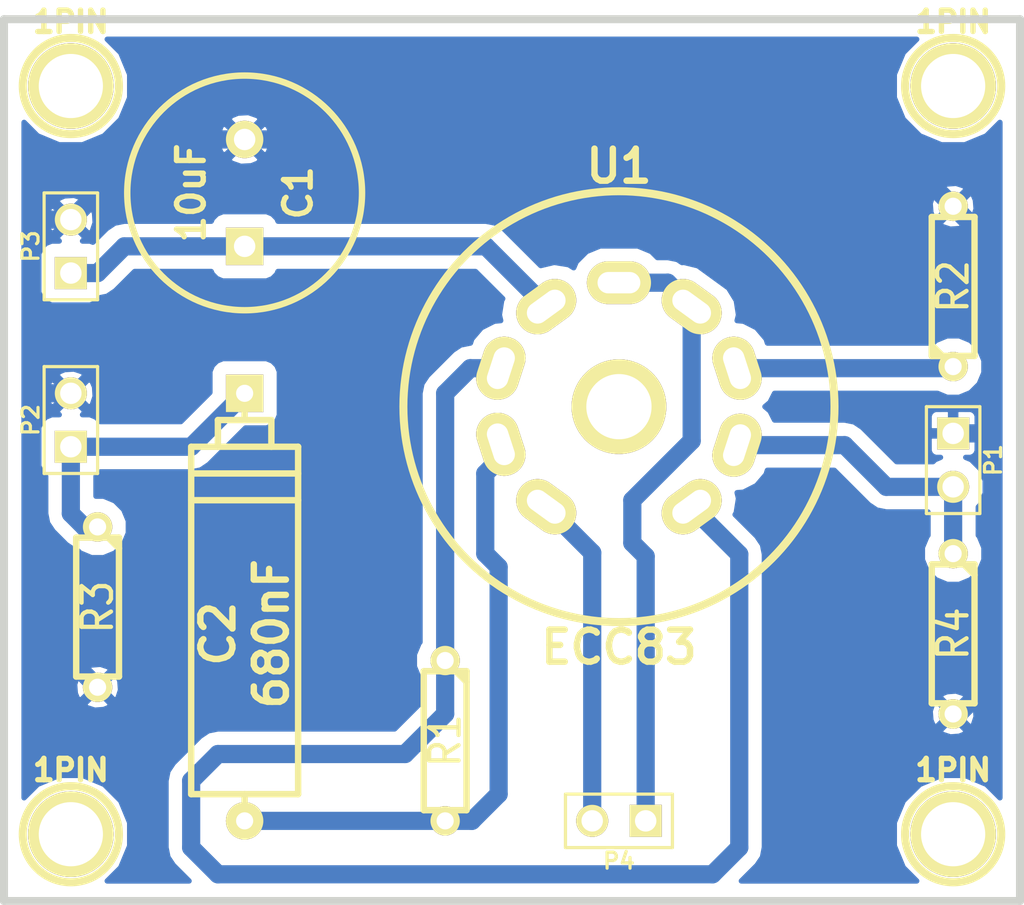
<source format=kicad_pcb>
(kicad_pcb (version 3) (host pcbnew "(2012-12-20 BZR 3860)-testing")

  (general
    (links 20)
    (no_connects 0)
    (area 119.824499 89.789 168.465501 133.477)
    (thickness 1.6002)
    (drawings 4)
    (tracks 62)
    (zones 0)
    (modules 15)
    (nets 10)
  )

  (page A4)
  (layers
    (15 Dessus signal)
    (0 Dessous signal)
    (16 Dessous.Adhes user)
    (17 Dessus.Adhes user)
    (18 Dessous.Pate user)
    (19 Dessus.Pate user)
    (20 Dessous.SilkS user)
    (21 Dessus.SilkS user)
    (22 Dessous.Masque user)
    (23 Dessus.Masque user)
    (24 Dessin.User user)
    (25 Cmts.User user)
    (26 Eco1.User user)
    (27 Eco2.User user)
    (28 Contours.Ci user)
  )

  (setup
    (last_trace_width 0.8636)
    (trace_clearance 0.508)
    (zone_clearance 0.635)
    (zone_45_only no)
    (trace_min 0.254)
    (segment_width 0.381)
    (edge_width 0.381)
    (via_size 1.905)
    (via_drill 0.635)
    (via_min_size 0.889)
    (via_min_drill 0.508)
    (uvia_size 0.508)
    (uvia_drill 0.127)
    (uvias_allowed no)
    (uvia_min_size 0.508)
    (uvia_min_drill 0.127)
    (pcb_text_width 0.3048)
    (pcb_text_size 1.524 2.032)
    (mod_edge_width 0.381)
    (mod_text_size 1.524 1.524)
    (mod_text_width 0.3048)
    (pad_size 2.794 1.397)
    (pad_drill 1.9304)
    (pad_to_mask_clearance 0.254)
    (aux_axis_origin 0 0)
    (visible_elements FFFFFFBF)
    (pcbplotparams
      (layerselection 3178497)
      (usegerberextensions true)
      (excludeedgelayer true)
      (linewidth 60)
      (plotframeref false)
      (viasonmask false)
      (mode 1)
      (useauxorigin false)
      (hpglpennumber 1)
      (hpglpenspeed 20)
      (hpglpendiameter 15)
      (hpglpenoverlay 2)
      (psnegative false)
      (psa4output false)
      (plotreference true)
      (plotvalue true)
      (plotothertext true)
      (plotinvisibletext false)
      (padsonsilk false)
      (subtractmaskfromsilk false)
      (outputformat 1)
      (mirror false)
      (drillshape 1)
      (scaleselection 1)
      (outputdirectory ""))
  )

  (net 0 "")
  (net 1 GND)
  (net 2 N-000001)
  (net 3 N-000002)
  (net 4 N-000003)
  (net 5 N-000004)
  (net 6 N-000005)
  (net 7 N-000006)
  (net 8 N-000007)
  (net 9 N-000008)

  (net_class Default "Ceci est la Netclass par défaut"
    (clearance 0.508)
    (trace_width 0.8636)
    (via_dia 1.905)
    (via_drill 0.635)
    (uvia_dia 0.508)
    (uvia_drill 0.127)
    (add_net "")
    (add_net GND)
    (add_net N-000001)
    (add_net N-000002)
    (add_net N-000003)
    (add_net N-000004)
    (add_net N-000005)
    (add_net N-000006)
    (add_net N-000007)
    (add_net N-000008)
  )

  (module C2V10 (layer Dessus) (tedit 41854742) (tstamp 4549F4BE)
    (at 131.445 99.06 90)
    (descr "Condensateur polarise")
    (tags CP)
    (fp_text reference C1 (at 0 2.54 90) (layer Dessus.SilkS)
      (effects (font (size 1.27 1.27) (thickness 0.254)))
    )
    (fp_text value 10uF (at 0 -2.54 90) (layer Dessus.SilkS)
      (effects (font (size 1.27 1.27) (thickness 0.254)))
    )
    (fp_circle (center 0 0) (end 4.826 -2.794) (layer Dessus.SilkS) (width 0.3048))
    (pad 1 thru_hole rect (at -2.54 0 90) (size 1.778 1.778) (drill 1.016)
      (layers *.Cu *.Mask Dessus.SilkS)
      (net 7 N-000006)
    )
    (pad 2 thru_hole circle (at 2.54 0 90) (size 1.778 1.778) (drill 1.016)
      (layers *.Cu *.Mask Dessus.SilkS)
      (net 1 GND)
    )
    (model discret/c_vert_c2v10.wrl
      (at (xyz 0 0 0))
      (scale (xyz 1 1 1))
      (rotate (xyz 0 0 0))
    )
  )

  (module R3 (layer Dessus) (tedit 200000) (tstamp 4549F38A)
    (at 140.97 125.095 270)
    (descr "Resitance 3 pas")
    (tags R)
    (autoplace_cost180 10)
    (fp_text reference R1 (at 0 0 270) (layer Dessus.SilkS)
      (effects (font (size 1.397 1.27) (thickness 0.2032)))
    )
    (fp_text value 1.5K (at 0 0 270) (layer Dessus.SilkS) hide
      (effects (font (size 1.397 1.27) (thickness 0.2032)))
    )
    (fp_line (start -3.81 0) (end -3.302 0) (layer Dessus.SilkS) (width 0.3048))
    (fp_line (start 3.81 0) (end 3.302 0) (layer Dessus.SilkS) (width 0.3048))
    (fp_line (start 3.302 0) (end 3.302 -1.016) (layer Dessus.SilkS) (width 0.3048))
    (fp_line (start 3.302 -1.016) (end -3.302 -1.016) (layer Dessus.SilkS) (width 0.3048))
    (fp_line (start -3.302 -1.016) (end -3.302 1.016) (layer Dessus.SilkS) (width 0.3048))
    (fp_line (start -3.302 1.016) (end 3.302 1.016) (layer Dessus.SilkS) (width 0.3048))
    (fp_line (start 3.302 1.016) (end 3.302 0) (layer Dessus.SilkS) (width 0.3048))
    (fp_line (start -3.302 -0.508) (end -2.794 -1.016) (layer Dessus.SilkS) (width 0.3048))
    (pad 1 thru_hole circle (at -3.81 0 270) (size 1.397 1.397) (drill 0.8128)
      (layers *.Cu *.Mask Dessus.SilkS)
      (net 5 N-000004)
    )
    (pad 2 thru_hole circle (at 3.81 0 270) (size 1.397 1.397) (drill 0.8128)
      (layers *.Cu *.Mask Dessus.SilkS)
      (net 9 N-000008)
    )
    (model discret/resistor.wrl
      (at (xyz 0 0 0))
      (scale (xyz 0.3 0.3 0.3))
      (rotate (xyz 0 0 0))
    )
  )

  (module R3 (layer Dessus) (tedit 200000) (tstamp 4549F3AD)
    (at 124.46 118.745 270)
    (descr "Resitance 3 pas")
    (tags R)
    (autoplace_cost180 10)
    (fp_text reference R3 (at 0 0 270) (layer Dessus.SilkS)
      (effects (font (size 1.397 1.27) (thickness 0.2032)))
    )
    (fp_text value 100K (at 0 0 270) (layer Dessus.SilkS) hide
      (effects (font (size 1.397 1.27) (thickness 0.2032)))
    )
    (fp_line (start -3.81 0) (end -3.302 0) (layer Dessus.SilkS) (width 0.3048))
    (fp_line (start 3.81 0) (end 3.302 0) (layer Dessus.SilkS) (width 0.3048))
    (fp_line (start 3.302 0) (end 3.302 -1.016) (layer Dessus.SilkS) (width 0.3048))
    (fp_line (start 3.302 -1.016) (end -3.302 -1.016) (layer Dessus.SilkS) (width 0.3048))
    (fp_line (start -3.302 -1.016) (end -3.302 1.016) (layer Dessus.SilkS) (width 0.3048))
    (fp_line (start -3.302 1.016) (end 3.302 1.016) (layer Dessus.SilkS) (width 0.3048))
    (fp_line (start 3.302 1.016) (end 3.302 0) (layer Dessus.SilkS) (width 0.3048))
    (fp_line (start -3.302 -0.508) (end -2.794 -1.016) (layer Dessus.SilkS) (width 0.3048))
    (pad 1 thru_hole circle (at -3.81 0 270) (size 1.397 1.397) (drill 0.8128)
      (layers *.Cu *.Mask Dessus.SilkS)
      (net 4 N-000003)
    )
    (pad 2 thru_hole circle (at 3.81 0 270) (size 1.397 1.397) (drill 0.8128)
      (layers *.Cu *.Mask Dessus.SilkS)
      (net 1 GND)
    )
    (model discret/resistor.wrl
      (at (xyz 0 0 0))
      (scale (xyz 0.3 0.3 0.3))
      (rotate (xyz 0 0 0))
    )
  )

  (module R3 (layer Dessus) (tedit 200000) (tstamp 4549F3A2)
    (at 165.1 120.015 270)
    (descr "Resitance 3 pas")
    (tags R)
    (autoplace_cost180 10)
    (fp_text reference R4 (at 0 0 270) (layer Dessus.SilkS)
      (effects (font (size 1.397 1.27) (thickness 0.2032)))
    )
    (fp_text value 47K (at 0 0 270) (layer Dessus.SilkS) hide
      (effects (font (size 1.397 1.27) (thickness 0.2032)))
    )
    (fp_line (start -3.81 0) (end -3.302 0) (layer Dessus.SilkS) (width 0.3048))
    (fp_line (start 3.81 0) (end 3.302 0) (layer Dessus.SilkS) (width 0.3048))
    (fp_line (start 3.302 0) (end 3.302 -1.016) (layer Dessus.SilkS) (width 0.3048))
    (fp_line (start 3.302 -1.016) (end -3.302 -1.016) (layer Dessus.SilkS) (width 0.3048))
    (fp_line (start -3.302 -1.016) (end -3.302 1.016) (layer Dessus.SilkS) (width 0.3048))
    (fp_line (start -3.302 1.016) (end 3.302 1.016) (layer Dessus.SilkS) (width 0.3048))
    (fp_line (start 3.302 1.016) (end 3.302 0) (layer Dessus.SilkS) (width 0.3048))
    (fp_line (start -3.302 -0.508) (end -2.794 -1.016) (layer Dessus.SilkS) (width 0.3048))
    (pad 1 thru_hole circle (at -3.81 0 270) (size 1.397 1.397) (drill 0.8128)
      (layers *.Cu *.Mask Dessus.SilkS)
      (net 8 N-000007)
    )
    (pad 2 thru_hole circle (at 3.81 0 270) (size 1.397 1.397) (drill 0.8128)
      (layers *.Cu *.Mask Dessus.SilkS)
      (net 1 GND)
    )
    (model discret/resistor.wrl
      (at (xyz 0 0 0))
      (scale (xyz 0.3 0.3 0.3))
      (rotate (xyz 0 0 0))
    )
  )

  (module R3 (layer Dessus) (tedit 200000) (tstamp 4549F39D)
    (at 165.1 103.505 90)
    (descr "Resitance 3 pas")
    (tags R)
    (autoplace_cost180 10)
    (fp_text reference R2 (at 0 0 90) (layer Dessus.SilkS)
      (effects (font (size 1.397 1.27) (thickness 0.2032)))
    )
    (fp_text value 1.5K (at 0 0 90) (layer Dessus.SilkS) hide
      (effects (font (size 1.397 1.27) (thickness 0.2032)))
    )
    (fp_line (start -3.81 0) (end -3.302 0) (layer Dessus.SilkS) (width 0.3048))
    (fp_line (start 3.81 0) (end 3.302 0) (layer Dessus.SilkS) (width 0.3048))
    (fp_line (start 3.302 0) (end 3.302 -1.016) (layer Dessus.SilkS) (width 0.3048))
    (fp_line (start 3.302 -1.016) (end -3.302 -1.016) (layer Dessus.SilkS) (width 0.3048))
    (fp_line (start -3.302 -1.016) (end -3.302 1.016) (layer Dessus.SilkS) (width 0.3048))
    (fp_line (start -3.302 1.016) (end 3.302 1.016) (layer Dessus.SilkS) (width 0.3048))
    (fp_line (start 3.302 1.016) (end 3.302 0) (layer Dessus.SilkS) (width 0.3048))
    (fp_line (start -3.302 -0.508) (end -2.794 -1.016) (layer Dessus.SilkS) (width 0.3048))
    (pad 1 thru_hole circle (at -3.81 0 90) (size 1.397 1.397) (drill 0.8128)
      (layers *.Cu *.Mask Dessus.SilkS)
      (net 6 N-000005)
    )
    (pad 2 thru_hole circle (at 3.81 0 90) (size 1.397 1.397) (drill 0.8128)
      (layers *.Cu *.Mask Dessus.SilkS)
      (net 1 GND)
    )
    (model discret/resistor.wrl
      (at (xyz 0 0 0))
      (scale (xyz 0.3 0.3 0.3))
      (rotate (xyz 0 0 0))
    )
  )

  (module 1pin (layer Dessus) (tedit 200000) (tstamp 454CC08A)
    (at 123.19 93.98)
    (descr "module 1 pin (ou trou mecanique de percage)")
    (tags DEV)
    (fp_text reference 1PIN (at 0 -3.048) (layer Dessus.SilkS)
      (effects (font (size 1.016 1.016) (thickness 0.254)))
    )
    (fp_text value P*** (at 0 2.794) (layer Dessus.SilkS) hide
      (effects (font (size 1.016 1.016) (thickness 0.254)))
    )
    (fp_circle (center 0 0) (end 0 -2.286) (layer Dessus.SilkS) (width 0.381))
    (pad 1 thru_hole circle (at 0 0) (size 4.064 4.064) (drill 3.048)
      (layers *.Cu *.Mask Dessus.SilkS)
    )
  )

  (module 1pin (layer Dessus) (tedit 200000) (tstamp 454CC090)
    (at 165.1 93.98)
    (descr "module 1 pin (ou trou mecanique de percage)")
    (tags DEV)
    (fp_text reference 1PIN (at 0 -3.048) (layer Dessus.SilkS)
      (effects (font (size 1.016 1.016) (thickness 0.254)))
    )
    (fp_text value GND (at 0 2.794) (layer Dessus.SilkS) hide
      (effects (font (size 1.016 1.016) (thickness 0.254)))
    )
    (fp_circle (center 0 0) (end 0 -2.286) (layer Dessus.SilkS) (width 0.381))
    (pad 1 thru_hole circle (at 0 0) (size 4.064 4.064) (drill 3.048)
      (layers *.Cu *.Mask Dessus.SilkS)
    )
  )

  (module 1pin (layer Dessus) (tedit 200000) (tstamp 454CC096)
    (at 165.1 129.54)
    (descr "module 1 pin (ou trou mecanique de percage)")
    (tags DEV)
    (fp_text reference 1PIN (at 0 -3.048) (layer Dessus.SilkS)
      (effects (font (size 1.016 1.016) (thickness 0.254)))
    )
    (fp_text value P*** (at 0 2.794) (layer Dessus.SilkS) hide
      (effects (font (size 1.016 1.016) (thickness 0.254)))
    )
    (fp_circle (center 0 0) (end 0 -2.286) (layer Dessus.SilkS) (width 0.381))
    (pad 1 thru_hole circle (at 0 0) (size 4.064 4.064) (drill 3.048)
      (layers *.Cu *.Mask Dessus.SilkS)
    )
  )

  (module 1pin (layer Dessus) (tedit 200000) (tstamp 454CC09B)
    (at 123.19 129.54)
    (descr "module 1 pin (ou trou mecanique de percage)")
    (tags DEV)
    (fp_text reference 1PIN (at 0 -3.048) (layer Dessus.SilkS)
      (effects (font (size 1.016 1.016) (thickness 0.254)))
    )
    (fp_text value P*** (at 0 2.794) (layer Dessus.SilkS) hide
      (effects (font (size 1.016 1.016) (thickness 0.254)))
    )
    (fp_circle (center 0 0) (end 0 -2.286) (layer Dessus.SilkS) (width 0.381))
    (pad 1 thru_hole circle (at 0 0) (size 4.064 4.064) (drill 3.048)
      (layers *.Cu *.Mask Dessus.SilkS)
    )
  )

  (module CP8 (layer Dessus) (tedit 200000) (tstamp 4549F3BE)
    (at 131.445 118.745 270)
    (descr "Condensateur polarise")
    (tags CP)
    (fp_text reference C2 (at 1.27 1.27 270) (layer Dessus.SilkS)
      (effects (font (size 1.524 1.524) (thickness 0.3048)))
    )
    (fp_text value 680nF (at 1.27 -1.27 270) (layer Dessus.SilkS)
      (effects (font (size 1.524 1.524) (thickness 0.3048)))
    )
    (fp_line (start -10.16 0) (end -8.89 0) (layer Dessus.SilkS) (width 0.3048))
    (fp_line (start -7.62 1.27) (end -8.89 1.27) (layer Dessus.SilkS) (width 0.3048))
    (fp_line (start -8.89 1.27) (end -8.89 -1.27) (layer Dessus.SilkS) (width 0.3048))
    (fp_line (start -8.89 -1.27) (end -7.62 -1.27) (layer Dessus.SilkS) (width 0.3048))
    (fp_line (start -7.62 2.54) (end -7.62 -2.54) (layer Dessus.SilkS) (width 0.3048))
    (fp_line (start -7.62 -2.54) (end 8.89 -2.54) (layer Dessus.SilkS) (width 0.3048))
    (fp_line (start 8.89 -2.54) (end 8.89 2.54) (layer Dessus.SilkS) (width 0.3048))
    (fp_line (start 8.89 2.54) (end -7.62 2.54) (layer Dessus.SilkS) (width 0.3048))
    (fp_line (start 8.89 0) (end 10.16 0) (layer Dessus.SilkS) (width 0.3048))
    (fp_line (start -5.08 -2.54) (end -5.08 2.54) (layer Dessus.SilkS) (width 0.3048))
    (fp_line (start -6.35 2.54) (end -6.35 -2.54) (layer Dessus.SilkS) (width 0.3048))
    (pad 1 thru_hole rect (at -10.16 0 270) (size 1.778 1.778) (drill 0.8128)
      (layers *.Cu *.Mask Dessus.SilkS)
      (net 4 N-000003)
    )
    (pad 2 thru_hole circle (at 10.16 0 270) (size 1.778 1.778) (drill 0.8128)
      (layers *.Cu *.Mask Dessus.SilkS)
      (net 9 N-000008)
    )
    (model discret/c_pol.wrl
      (at (xyz 0 0 0))
      (scale (xyz 0.8 0.8 0.8))
      (rotate (xyz 0 0 0))
    )
  )

  (module ECC-83-2 (layer Dessus) (tedit 46F8A1CF) (tstamp 454A08DD)
    (at 149.225 109.22)
    (fp_text reference U1 (at 0 -11.43) (layer Dessus.SilkS)
      (effects (font (size 1.524 1.524) (thickness 0.3048)))
    )
    (fp_text value ECC83 (at 0 11.43) (layer Dessus.SilkS)
      (effects (font (size 1.524 1.524) (thickness 0.3048)))
    )
    (fp_circle (center 0 0) (end 10.16 1.27) (layer Dessus.SilkS) (width 0.381))
    (pad 1 thru_hole oval (at 3.4544 4.75488 306) (size 2.032 3.048) (drill oval 1.016 2.032)
      (layers *.Cu *.Mask Dessus.SilkS)
      (net 5 N-000004)
    )
    (pad 2 thru_hole oval (at 5.60832 1.8288 342) (size 2.032 3.048) (drill oval 1.016 2.032)
      (layers *.Cu *.Mask Dessus.SilkS)
      (net 8 N-000007)
    )
    (pad 3 thru_hole oval (at 5.60832 -1.8288 18) (size 2.032 3.048) (drill oval 1.016 2.032)
      (layers *.Cu *.Mask Dessus.SilkS)
      (net 6 N-000005)
    )
    (pad 4 thru_hole oval (at 3.4544 -4.75488 54) (size 2.032 3.048) (drill oval 1.016 2.032)
      (layers *.Cu *.Mask Dessus.SilkS)
      (net 2 N-000001)
    )
    (pad 5 thru_hole oval (at 0 -5.8928 90) (size 2.032 3.048) (drill oval 1.016 2.032)
      (layers *.Cu *.Mask Dessus.SilkS)
      (net 2 N-000001)
    )
    (pad 6 thru_hole oval (at -3.4544 -4.75488 306) (size 2.032 3.048) (drill oval 1.016 2.032)
      (layers *.Cu *.Mask Dessus.SilkS)
      (net 7 N-000006)
    )
    (pad 7 thru_hole oval (at -5.60832 -1.8288 342) (size 2.032 3.048) (drill oval 1.016 2.032)
      (layers *.Cu *.Mask Dessus.SilkS)
      (net 5 N-000004)
    )
    (pad 8 thru_hole oval (at -5.60832 1.78816 18) (size 2.032 3.048) (drill oval 1.016 2.032)
      (layers *.Cu *.Mask Dessus.SilkS)
      (net 9 N-000008)
    )
    (pad 9 thru_hole oval (at -3.4544 4.75488 54) (size 2.032 3.048) (drill oval 1.016 2.032)
      (layers *.Cu *.Mask Dessus.SilkS)
      (net 3 N-000002)
    )
    (pad 10 thru_hole circle (at 0 0) (size 4.50088 4.50088) (drill 3.0988)
      (layers *.Cu *.Mask Dessus.SilkS)
    )
    (model valves/ecc83.wrl
      (at (xyz 0 0 0))
      (scale (xyz 1 1 1))
      (rotate (xyz 0 0 0))
    )
  )

  (module PIN_ARRAY_2X1 (layer Dessus) (tedit 4565C520) (tstamp 456A8ACC)
    (at 149.225 128.905 180)
    (descr "Connecteurs 2 pins")
    (tags "CONN DEV")
    (fp_text reference P4 (at 0 -1.905 180) (layer Dessus.SilkS)
      (effects (font (size 0.762 0.762) (thickness 0.1524)))
    )
    (fp_text value CONN_2 (at 0 -1.905 180) (layer Dessus.SilkS) hide
      (effects (font (size 0.762 0.762) (thickness 0.1524)))
    )
    (fp_line (start -2.54 1.27) (end -2.54 -1.27) (layer Dessus.SilkS) (width 0.1524))
    (fp_line (start -2.54 -1.27) (end 2.54 -1.27) (layer Dessus.SilkS) (width 0.1524))
    (fp_line (start 2.54 -1.27) (end 2.54 1.27) (layer Dessus.SilkS) (width 0.1524))
    (fp_line (start 2.54 1.27) (end -2.54 1.27) (layer Dessus.SilkS) (width 0.1524))
    (pad 1 thru_hole rect (at -1.27 0 180) (size 1.524 1.524) (drill 1.016)
      (layers *.Cu *.Mask Dessus.SilkS)
      (net 2 N-000001)
    )
    (pad 2 thru_hole circle (at 1.27 0 180) (size 1.524 1.524) (drill 1.016)
      (layers *.Cu *.Mask Dessus.SilkS)
      (net 3 N-000002)
    )
    (model pin_array/pins_array_2x1.wrl
      (at (xyz 0 0 0))
      (scale (xyz 1 1 1))
      (rotate (xyz 0 0 0))
    )
  )

  (module PIN_ARRAY_2X1 (layer Dessus) (tedit 4565C520) (tstamp 4549F46C)
    (at 123.19 109.855 90)
    (descr "Connecteurs 2 pins")
    (tags "CONN DEV")
    (fp_text reference P2 (at 0 -1.905 90) (layer Dessus.SilkS)
      (effects (font (size 0.762 0.762) (thickness 0.1524)))
    )
    (fp_text value OUT (at 0 -1.905 90) (layer Dessus.SilkS) hide
      (effects (font (size 0.762 0.762) (thickness 0.1524)))
    )
    (fp_line (start -2.54 1.27) (end -2.54 -1.27) (layer Dessus.SilkS) (width 0.1524))
    (fp_line (start -2.54 -1.27) (end 2.54 -1.27) (layer Dessus.SilkS) (width 0.1524))
    (fp_line (start 2.54 -1.27) (end 2.54 1.27) (layer Dessus.SilkS) (width 0.1524))
    (fp_line (start 2.54 1.27) (end -2.54 1.27) (layer Dessus.SilkS) (width 0.1524))
    (pad 1 thru_hole rect (at -1.27 0 90) (size 1.524 1.524) (drill 1.016)
      (layers *.Cu *.Mask Dessus.SilkS)
      (net 4 N-000003)
    )
    (pad 2 thru_hole circle (at 1.27 0 90) (size 1.524 1.524) (drill 1.016)
      (layers *.Cu *.Mask Dessus.SilkS)
      (net 1 GND)
    )
    (model pin_array/pins_array_2x1.wrl
      (at (xyz 0 0 0))
      (scale (xyz 1 1 1))
      (rotate (xyz 0 0 0))
    )
  )

  (module PIN_ARRAY_2X1 (layer Dessus) (tedit 4565C520) (tstamp 4549F464)
    (at 165.1 111.76 270)
    (descr "Connecteurs 2 pins")
    (tags "CONN DEV")
    (fp_text reference P1 (at 0 -1.905 270) (layer Dessus.SilkS)
      (effects (font (size 0.762 0.762) (thickness 0.1524)))
    )
    (fp_text value IN (at 0 -1.905 270) (layer Dessus.SilkS) hide
      (effects (font (size 0.762 0.762) (thickness 0.1524)))
    )
    (fp_line (start -2.54 1.27) (end -2.54 -1.27) (layer Dessus.SilkS) (width 0.1524))
    (fp_line (start -2.54 -1.27) (end 2.54 -1.27) (layer Dessus.SilkS) (width 0.1524))
    (fp_line (start 2.54 -1.27) (end 2.54 1.27) (layer Dessus.SilkS) (width 0.1524))
    (fp_line (start 2.54 1.27) (end -2.54 1.27) (layer Dessus.SilkS) (width 0.1524))
    (pad 1 thru_hole rect (at -1.27 0 270) (size 1.524 1.524) (drill 1.016)
      (layers *.Cu *.Mask Dessus.SilkS)
      (net 1 GND)
    )
    (pad 2 thru_hole circle (at 1.27 0 270) (size 1.524 1.524) (drill 1.016)
      (layers *.Cu *.Mask Dessus.SilkS)
      (net 8 N-000007)
    )
    (model pin_array/pins_array_2x1.wrl
      (at (xyz 0 0 0))
      (scale (xyz 1 1 1))
      (rotate (xyz 0 0 0))
    )
  )

  (module PIN_ARRAY_2X1 (layer Dessus) (tedit 4565C520) (tstamp 4549F4A5)
    (at 123.19 101.6 90)
    (descr "Connecteurs 2 pins")
    (tags "CONN DEV")
    (fp_text reference P3 (at 0 -1.905 90) (layer Dessus.SilkS)
      (effects (font (size 0.762 0.762) (thickness 0.1524)))
    )
    (fp_text value POWER (at 0 -1.905 90) (layer Dessus.SilkS) hide
      (effects (font (size 0.762 0.762) (thickness 0.1524)))
    )
    (fp_line (start -2.54 1.27) (end -2.54 -1.27) (layer Dessus.SilkS) (width 0.1524))
    (fp_line (start -2.54 -1.27) (end 2.54 -1.27) (layer Dessus.SilkS) (width 0.1524))
    (fp_line (start 2.54 -1.27) (end 2.54 1.27) (layer Dessus.SilkS) (width 0.1524))
    (fp_line (start 2.54 1.27) (end -2.54 1.27) (layer Dessus.SilkS) (width 0.1524))
    (pad 1 thru_hole rect (at -1.27 0 90) (size 1.524 1.524) (drill 1.016)
      (layers *.Cu *.Mask Dessus.SilkS)
      (net 7 N-000006)
    )
    (pad 2 thru_hole circle (at 1.27 0 90) (size 1.524 1.524) (drill 1.016)
      (layers *.Cu *.Mask Dessus.SilkS)
      (net 1 GND)
    )
    (model pin_array/pins_array_2x1.wrl
      (at (xyz 0 0 0))
      (scale (xyz 1 1 1))
      (rotate (xyz 0 0 0))
    )
  )

  (gr_line (start 168.275 132.715) (end 120.015 132.715) (angle 90) (layer Contours.Ci) (width 0.381))
  (gr_line (start 168.275 90.805) (end 120.015 90.805) (angle 90) (layer Contours.Ci) (width 0.381))
  (gr_line (start 168.275 90.805) (end 168.275 132.715) (angle 90) (layer Contours.Ci) (width 0.381))
  (gr_line (start 120.015 90.805) (end 120.015 132.715) (angle 90) (layer Contours.Ci) (width 0.381))

  (segment (start 165.1 110.49) (end 167.005 110.49) (width 0.8636) (layer Dessous) (net 1) (status 800))
  (segment (start 121.285 108.585) (end 121.285 118.745) (width 0.8636) (layer Dessous) (net 1))
  (segment (start 121.285 100.33) (end 121.285 108.585) (width 0.8636) (layer Dessous) (net 1))
  (segment (start 123.19 100.33) (end 127 96.52) (width 0.8636) (layer Dessous) (net 1) (status 800))
  (segment (start 127 96.52) (end 131.445 96.52) (width 0.8636) (layer Dessous) (net 1) (status 400))
  (segment (start 131.445 96.52) (end 161.925 96.52) (width 0.8636) (layer Dessous) (net 1) (status 800))
  (segment (start 161.925 96.52) (end 165.1 99.695) (width 0.8636) (layer Dessous) (net 1) (status 400))
  (segment (start 167.005 110.49) (end 167.005 122.174) (width 0.8636) (layer Dessous) (net 1))
  (segment (start 123.19 100.33) (end 121.285 100.33) (width 0.8636) (layer Dessous) (net 1) (status 800))
  (segment (start 121.285 108.585) (end 123.19 108.585) (width 0.8636) (layer Dessous) (net 1) (status 400))
  (segment (start 165.354 123.825) (end 167.005 122.174) (width 0.8636) (layer Dessous) (net 1))
  (segment (start 165.1 123.825) (end 165.354 123.825) (width 0.8636) (layer Dessous) (net 1))
  (segment (start 167.005 101.6) (end 165.1 99.695) (width 0.8636) (layer Dessous) (net 1))
  (segment (start 167.005 101.6) (end 167.005 110.49) (width 0.8636) (layer Dessous) (net 1))
  (segment (start 121.285 119.38) (end 121.285 118.745) (width 0.8636) (layer Dessous) (net 1))
  (segment (start 124.46 122.555) (end 121.285 119.38) (width 0.8636) (layer Dessous) (net 1))
  (segment (start 150.495 128.905) (end 150.495 116.332) (width 0.8636) (layer Dessous) (net 2) (status 800))
  (segment (start 152.6794 104.46512) (end 152.6794 110.8456) (width 0.8636) (layer Dessous) (net 2) (status 800))
  (segment (start 151.54148 103.3272) (end 152.6794 104.46512) (width 0.8636) (layer Dessous) (net 2) (status 400))
  (segment (start 149.225 103.3272) (end 151.54148 103.3272) (width 0.8636) (layer Dessous) (net 2))
  (segment (start 149.86 113.665) (end 149.86 115.697) (width 0.8636) (layer Dessous) (net 2))
  (segment (start 149.86 115.697) (end 150.495 116.332) (width 0.8636) (layer Dessous) (net 2))
  (segment (start 152.6794 110.8456) (end 149.86 113.665) (width 0.8636) (layer Dessous) (net 2))
  (segment (start 147.955 116.15928) (end 145.7706 113.97488) (width 0.8636) (layer Dessous) (net 3) (status 400))
  (segment (start 147.955 128.905) (end 147.955 116.15928) (width 0.8636) (layer Dessous) (net 3) (status 800))
  (segment (start 128.905 111.125) (end 123.19 111.125) (width 0.8636) (layer Dessous) (net 4) (status 400))
  (segment (start 131.445 108.585) (end 128.905 111.125) (width 0.8636) (layer Dessous) (net 4) (status 800))
  (segment (start 123.825 114.935) (end 123.19 114.3) (width 0.8636) (layer Dessous) (net 4))
  (segment (start 123.19 114.3) (end 123.19 111.125) (width 0.8636) (layer Dessous) (net 4))
  (segment (start 124.46 114.935) (end 123.825 114.935) (width 0.8636) (layer Dessous) (net 4))
  (segment (start 140.97 123.825) (end 139.065 125.73) (width 0.8636) (layer Dessous) (net 5))
  (segment (start 139.065 125.73) (end 130.175 125.73) (width 0.8636) (layer Dessous) (net 5))
  (segment (start 130.175 125.73) (end 128.905 127) (width 0.8636) (layer Dessous) (net 5))
  (segment (start 143.61668 107.3912) (end 142.1638 107.3912) (width 0.8636) (layer Dessous) (net 5) (status 800))
  (segment (start 140.97 108.585) (end 140.97 121.285) (width 0.8636) (layer Dessous) (net 5) (status 400))
  (segment (start 142.1638 107.3912) (end 140.97 108.585) (width 0.8636) (layer Dessous) (net 5))
  (segment (start 140.97 121.285) (end 140.97 123.825) (width 0.8636) (layer Dessous) (net 5) (status 800))
  (segment (start 154.94 116.23548) (end 152.6794 113.97488) (width 0.8636) (layer Dessous) (net 5) (status 400))
  (segment (start 154.94 130.175) (end 154.94 116.23548) (width 0.8636) (layer Dessous) (net 5))
  (segment (start 128.905 127) (end 128.905 130.175) (width 0.8636) (layer Dessous) (net 5))
  (segment (start 128.905 130.175) (end 130.175 131.445) (width 0.8636) (layer Dessous) (net 5))
  (segment (start 130.175 131.445) (end 153.67 131.445) (width 0.8636) (layer Dessous) (net 5))
  (segment (start 153.67 131.445) (end 154.94 130.175) (width 0.8636) (layer Dessous) (net 5))
  (segment (start 165.0238 107.3912) (end 165.1 107.315) (width 0.8636) (layer Dessous) (net 6) (status 400))
  (segment (start 154.83332 107.3912) (end 165.0238 107.3912) (width 0.8636) (layer Dessous) (net 6) (status 800))
  (segment (start 124.46 102.87) (end 125.73 101.6) (width 0.8636) (layer Dessous) (net 7))
  (segment (start 131.445 101.6) (end 142.90548 101.6) (width 0.8636) (layer Dessous) (net 7) (status 800))
  (segment (start 142.90548 101.6) (end 145.7706 104.46512) (width 0.8636) (layer Dessous) (net 7) (status 400))
  (segment (start 123.19 102.87) (end 124.46 102.87) (width 0.8636) (layer Dessous) (net 7) (status 800))
  (segment (start 125.73 101.6) (end 131.445 101.6) (width 0.8636) (layer Dessous) (net 7) (status 400))
  (segment (start 154.83332 111.0488) (end 159.9438 111.0488) (width 0.8636) (layer Dessous) (net 8) (status 800))
  (segment (start 165.1 113.03) (end 165.1 116.205) (width 0.8636) (layer Dessous) (net 8) (status C00))
  (segment (start 159.9438 111.0488) (end 161.925 113.03) (width 0.8636) (layer Dessous) (net 8))
  (segment (start 161.925 113.03) (end 165.1 113.03) (width 0.8636) (layer Dessous) (net 8) (status 400))
  (segment (start 131.445 128.905) (end 140.97 128.905) (width 0.8636) (layer Dessous) (net 9) (status C00))
  (segment (start 143.61668 111.00816) (end 143.61668 111.65332) (width 0.8636) (layer Dessous) (net 9) (status 800))
  (segment (start 143.51 127.635) (end 143.51 116.84) (width 0.8636) (layer Dessous) (net 9))
  (segment (start 142.24 128.905) (end 143.51 127.635) (width 0.8636) (layer Dessous) (net 9))
  (segment (start 140.97 128.905) (end 142.24 128.905) (width 0.8636) (layer Dessous) (net 9) (status 800))
  (segment (start 143.61668 111.65332) (end 142.875 112.395) (width 0.8636) (layer Dessous) (net 9))
  (segment (start 142.875 112.395) (end 142.875 116.205) (width 0.8636) (layer Dessous) (net 9))
  (segment (start 142.875 116.205) (end 143.51 116.84) (width 0.8636) (layer Dessous) (net 9))

  (zone (net 1) (net_name GND) (layer Dessous) (tstamp 4EED96A1) (hatch edge 0.508)
    (connect_pads (clearance 0.635))
    (min_thickness 0.254)
    (fill (arc_segments 16) (thermal_gap 0.254) (thermal_bridge_width 0.50038))
    (polygon
      (pts
        (xy 167.64 132.08) (xy 167.64 91.44) (xy 120.65 91.44) (xy 120.65 132.08)
      )
    )
    (filled_polygon
      (pts
        (xy 167.3225 127.81026) (xy 166.68496 127.17272) (xy 166.18966 126.96444) (xy 166.18966 123.95962) (xy 166.15664 123.5329)
        (xy 166.05504 123.28144) (xy 165.89248 123.20524) (xy 165.71976 123.37796) (xy 165.71976 123.03252) (xy 165.64356 122.86996)
        (xy 165.23462 122.73534) (xy 164.8079 122.76836) (xy 164.55644 122.86996) (xy 164.48024 123.03252) (xy 165.1 123.65228)
        (xy 165.71976 123.03252) (xy 165.71976 123.37796) (xy 165.27272 123.825) (xy 165.89248 124.44476) (xy 166.05504 124.36856)
        (xy 166.18966 123.95962) (xy 166.18966 126.96444) (xy 165.71976 126.76886) (xy 165.71976 124.61748) (xy 165.1 123.99772)
        (xy 164.92728 124.17044) (xy 164.92728 123.825) (xy 164.30752 123.20524) (xy 164.14496 123.28144) (xy 164.01034 123.69038)
        (xy 164.04336 124.1171) (xy 164.14496 124.36856) (xy 164.30752 124.44476) (xy 164.92728 123.825) (xy 164.92728 124.17044)
        (xy 164.48024 124.61748) (xy 164.55644 124.78004) (xy 164.96538 124.91466) (xy 165.3921 124.88164) (xy 165.64356 124.78004)
        (xy 165.71976 124.61748) (xy 165.71976 126.76886) (xy 165.6588 126.746) (xy 164.54628 126.746) (xy 163.52012 127.17018)
        (xy 162.73272 127.95504) (xy 162.306 128.9812) (xy 162.306 130.09372) (xy 162.73018 131.11988) (xy 163.37026 131.7625)
        (xy 155.03906 131.7625) (xy 155.78328 131.01828) (xy 156.04236 130.6322) (xy 156.13126 130.175) (xy 156.1338 130.175)
        (xy 156.1338 116.23548) (xy 156.04236 115.77828) (xy 155.78328 115.3922) (xy 155.78328 115.38966) (xy 154.74188 114.3508)
        (xy 154.79522 114.26698) (xy 154.90444 113.58118) (xy 154.8384 113.30686) (xy 155.1432 113.284) (xy 155.76296 112.96904)
        (xy 156.21254 112.44326) (xy 156.27604 112.2426) (xy 159.45104 112.2426) (xy 161.08172 113.87328) (xy 161.4678 114.13236)
        (xy 161.925 114.2238) (xy 163.9062 114.2238) (xy 163.9062 115.33378) (xy 163.86302 115.37696) (xy 163.6395 115.9129)
        (xy 163.6395 116.49456) (xy 163.86048 117.0305) (xy 164.27196 117.44198) (xy 164.8079 117.6655) (xy 165.38956 117.6655)
        (xy 165.9255 117.44452) (xy 166.33698 117.03304) (xy 166.5605 116.4971) (xy 166.5605 115.91544) (xy 166.33952 115.3795)
        (xy 166.2938 115.33378) (xy 166.2938 113.98758) (xy 166.39032 113.89106) (xy 166.62146 113.33226) (xy 166.62146 112.72774)
        (xy 166.39032 112.16894) (xy 165.96106 111.73968) (xy 165.6969 111.63046) (xy 165.7858 111.63046) (xy 165.93566 111.63046)
        (xy 166.07536 111.57458) (xy 166.18204 111.4679) (xy 166.24046 111.3282) (xy 166.243 110.7059) (xy 166.243 110.2741)
        (xy 166.24046 109.6518) (xy 166.18204 109.5121) (xy 166.07536 109.40542) (xy 165.93566 109.34954) (xy 165.7858 109.34954)
        (xy 165.3159 109.347) (xy 165.22192 109.44098) (xy 165.22192 110.36808) (xy 166.14902 110.36808) (xy 166.243 110.2741)
        (xy 166.243 110.7059) (xy 166.14902 110.61192) (xy 165.34892 110.61192) (xy 165.22192 110.61192) (xy 164.97808 110.61192)
        (xy 164.97808 110.36808) (xy 164.97808 109.44098) (xy 164.8841 109.347) (xy 164.4142 109.34954) (xy 164.26434 109.34954)
        (xy 164.12464 109.40542) (xy 164.01796 109.5121) (xy 163.95954 109.6518) (xy 163.957 110.2741) (xy 164.05098 110.36808)
        (xy 164.97808 110.36808) (xy 164.97808 110.61192) (xy 164.85108 110.61192) (xy 164.05098 110.61192) (xy 163.957 110.7059)
        (xy 163.95954 111.3282) (xy 164.01796 111.4679) (xy 164.12464 111.57458) (xy 164.26434 111.63046) (xy 164.4142 111.63046)
        (xy 164.50056 111.63046) (xy 164.23894 111.73968) (xy 164.14242 111.8362) (xy 162.41776 111.8362) (xy 160.78708 110.20552)
        (xy 160.401 109.94644) (xy 159.9438 109.855) (xy 156.6164 109.855) (xy 156.4005 109.42574) (xy 156.1592 109.22)
        (xy 156.4005 109.0168) (xy 156.61894 108.585) (xy 164.3507 108.585) (xy 164.8079 108.7755) (xy 165.38956 108.7755)
        (xy 165.9255 108.55452) (xy 166.33698 108.14304) (xy 166.5605 107.6071) (xy 166.5605 107.02544) (xy 166.33952 106.4895)
        (xy 166.18966 106.33964) (xy 166.18966 99.82962) (xy 166.15664 99.4029) (xy 166.05504 99.15144) (xy 165.89248 99.07524)
        (xy 165.71976 99.24796) (xy 165.71976 98.90252) (xy 165.64356 98.73996) (xy 165.23462 98.60534) (xy 164.8079 98.63836)
        (xy 164.55644 98.73996) (xy 164.48024 98.90252) (xy 165.1 99.52228) (xy 165.71976 98.90252) (xy 165.71976 99.24796)
        (xy 165.27272 99.695) (xy 165.89248 100.31476) (xy 166.05504 100.23856) (xy 166.18966 99.82962) (xy 166.18966 106.33964)
        (xy 165.92804 106.07802) (xy 165.71976 105.98912) (xy 165.71976 100.48748) (xy 165.1 99.86772) (xy 164.92728 100.04044)
        (xy 164.92728 99.695) (xy 164.30752 99.07524) (xy 164.14496 99.15144) (xy 164.01034 99.56038) (xy 164.04336 99.9871)
        (xy 164.14496 100.23856) (xy 164.30752 100.31476) (xy 164.92728 99.695) (xy 164.92728 100.04044) (xy 164.48024 100.48748)
        (xy 164.55644 100.65004) (xy 164.96538 100.78466) (xy 165.3921 100.75164) (xy 165.64356 100.65004) (xy 165.71976 100.48748)
        (xy 165.71976 105.98912) (xy 165.3921 105.8545) (xy 164.81044 105.8545) (xy 164.2745 106.07548) (xy 164.15258 106.1974)
        (xy 156.27858 106.1974) (xy 156.21508 105.99928) (xy 155.7655 105.47096) (xy 155.14574 105.156) (xy 154.8384 105.1306)
        (xy 154.90444 104.86136) (xy 154.79776 104.17556) (xy 154.43454 103.58374) (xy 153.8732 103.1748) (xy 152.97912 102.52456)
        (xy 152.30348 102.362) (xy 152.21966 102.37216) (xy 151.99868 102.22484) (xy 151.54148 102.1334) (xy 151.05126 102.1334)
        (xy 150.76678 101.84892) (xy 150.12416 101.58222) (xy 149.43074 101.58222) (xy 148.32838 101.58222) (xy 147.68576 101.84638)
        (xy 147.19554 102.3366) (xy 147.07616 102.61854) (xy 146.83486 102.47122) (xy 146.14906 102.362) (xy 145.50898 102.5144)
        (xy 143.74876 100.75672) (xy 143.36268 100.49764) (xy 142.90548 100.4062) (xy 133.02996 100.4062) (xy 132.97916 100.28174)
        (xy 132.7658 100.06838) (xy 132.72262 100.04806) (xy 132.72262 96.70034) (xy 132.69468 96.19742) (xy 132.55752 95.86468)
        (xy 132.37464 95.76308) (xy 132.20192 95.9358) (xy 132.20192 95.59036) (xy 132.10032 95.40748) (xy 131.62534 95.24238)
        (xy 131.12242 95.27032) (xy 130.78968 95.40748) (xy 130.68808 95.59036) (xy 131.445 96.34728) (xy 132.20192 95.59036)
        (xy 132.20192 95.9358) (xy 131.61772 96.52) (xy 132.37464 97.27692) (xy 132.55752 97.17532) (xy 132.72262 96.70034)
        (xy 132.72262 100.04806) (xy 132.4864 99.95154) (xy 132.20192 99.95154) (xy 132.20192 97.44964) (xy 131.445 96.69272)
        (xy 131.27228 96.86544) (xy 131.27228 96.52) (xy 130.51536 95.76308) (xy 130.33248 95.86468) (xy 130.16738 96.33966)
        (xy 130.19532 96.84258) (xy 130.33248 97.17532) (xy 130.51536 97.27692) (xy 131.27228 96.52) (xy 131.27228 96.86544)
        (xy 130.68808 97.44964) (xy 130.78968 97.63252) (xy 131.26466 97.79762) (xy 131.76758 97.76968) (xy 132.10032 97.63252)
        (xy 132.20192 97.44964) (xy 132.20192 99.95154) (xy 132.18414 99.95154) (xy 130.40614 99.95154) (xy 130.12674 100.06584)
        (xy 129.91338 100.2792) (xy 129.86004 100.4062) (xy 125.73 100.4062) (xy 125.2728 100.49764) (xy 124.88672 100.75672)
        (xy 124.34316 101.29774) (xy 124.34316 100.47986) (xy 124.31522 100.02774) (xy 124.19838 99.75088) (xy 124.0282 99.66452)
        (xy 123.85548 99.83724) (xy 123.85548 99.4918) (xy 123.76912 99.32162) (xy 123.33986 99.17684) (xy 122.88774 99.20478)
        (xy 122.61088 99.32162) (xy 122.52452 99.4918) (xy 123.19 100.15728) (xy 123.85548 99.4918) (xy 123.85548 99.83724)
        (xy 123.36272 100.33) (xy 124.0282 100.99548) (xy 124.19838 100.90912) (xy 124.34316 100.47986) (xy 124.34316 101.29774)
        (xy 124.23648 101.40442) (xy 124.1044 101.34854) (xy 123.80214 101.34854) (xy 123.74372 101.34854) (xy 123.76912 101.33838)
        (xy 123.85548 101.1682) (xy 123.19 100.50272) (xy 123.01728 100.67544) (xy 123.01728 100.33) (xy 122.3518 99.66452)
        (xy 122.18162 99.75088) (xy 122.03684 100.18014) (xy 122.06478 100.63226) (xy 122.18162 100.90912) (xy 122.3518 100.99548)
        (xy 123.01728 100.33) (xy 123.01728 100.67544) (xy 122.52452 101.1682) (xy 122.61088 101.33838) (xy 122.63882 101.34854)
        (xy 122.27814 101.34854) (xy 121.99874 101.46284) (xy 121.78538 101.6762) (xy 121.66854 101.9556) (xy 121.66854 102.25786)
        (xy 121.66854 103.78186) (xy 121.78284 104.06126) (xy 121.9962 104.27462) (xy 122.2756 104.39146) (xy 122.57786 104.39146)
        (xy 124.10186 104.39146) (xy 124.38126 104.27716) (xy 124.59462 104.0638) (xy 124.60478 104.03332) (xy 124.9172 103.97236)
        (xy 125.30328 103.71328) (xy 126.22276 102.7938) (xy 129.8575 102.7938) (xy 129.91084 102.91826) (xy 130.1242 103.13162)
        (xy 130.4036 103.24846) (xy 130.70586 103.24846) (xy 132.48386 103.24846) (xy 132.76326 103.13416) (xy 132.97662 102.9208)
        (xy 133.02742 102.7938) (xy 142.41018 102.7938) (xy 143.70558 104.08666) (xy 143.65478 104.17302) (xy 143.54556 104.85882)
        (xy 143.60906 105.1306) (xy 143.3068 105.156) (xy 142.68704 105.47096) (xy 142.23746 105.99674) (xy 142.17142 106.1974)
        (xy 142.1638 106.1974) (xy 141.7066 106.28884) (xy 141.31798 106.54792) (xy 140.12672 107.74172) (xy 139.86764 108.1278)
        (xy 139.7762 108.585) (xy 139.7762 120.41378) (xy 139.73302 120.45696) (xy 139.5095 120.9929) (xy 139.5095 121.57456)
        (xy 139.73048 122.1105) (xy 139.7762 122.15622) (xy 139.7762 123.3297) (xy 138.5697 124.5362) (xy 133.09346 124.5362)
        (xy 133.09346 109.6264) (xy 133.09346 109.32414) (xy 133.09346 107.54614) (xy 132.97916 107.26674) (xy 132.7658 107.05338)
        (xy 132.4864 106.93654) (xy 132.18414 106.93654) (xy 130.40614 106.93654) (xy 130.12674 107.05084) (xy 129.91338 107.2642)
        (xy 129.79654 107.5436) (xy 129.79654 107.84586) (xy 129.79654 108.5469) (xy 128.41224 109.9312) (xy 124.59462 109.9312)
        (xy 124.3838 109.72038) (xy 124.34316 109.7026) (xy 124.34316 108.73486) (xy 124.31522 108.28274) (xy 124.19838 108.00588)
        (xy 124.0282 107.91952) (xy 123.85548 108.09224) (xy 123.85548 107.7468) (xy 123.76912 107.57662) (xy 123.33986 107.43184)
        (xy 122.88774 107.45978) (xy 122.61088 107.57662) (xy 122.52452 107.7468) (xy 123.19 108.41228) (xy 123.85548 107.7468)
        (xy 123.85548 108.09224) (xy 123.36272 108.585) (xy 124.0282 109.25048) (xy 124.19838 109.16412) (xy 124.34316 108.73486)
        (xy 124.34316 109.7026) (xy 124.1044 109.60354) (xy 123.80214 109.60354) (xy 123.74372 109.60354) (xy 123.76912 109.59338)
        (xy 123.85548 109.4232) (xy 123.19 108.75772) (xy 123.01728 108.93044) (xy 123.01728 108.585) (xy 122.3518 107.91952)
        (xy 122.18162 108.00588) (xy 122.03684 108.43514) (xy 122.06478 108.88726) (xy 122.18162 109.16412) (xy 122.3518 109.25048)
        (xy 123.01728 108.585) (xy 123.01728 108.93044) (xy 122.52452 109.4232) (xy 122.61088 109.59338) (xy 122.63882 109.60354)
        (xy 122.27814 109.60354) (xy 121.99874 109.71784) (xy 121.78538 109.9312) (xy 121.66854 110.2106) (xy 121.66854 110.51286)
        (xy 121.66854 112.03686) (xy 121.78284 112.31626) (xy 121.9962 112.52962) (xy 121.9962 114.3) (xy 122.08764 114.7572)
        (xy 122.34672 115.14328) (xy 122.97918 115.77828) (xy 122.98172 115.77828) (xy 123.3678 116.03736) (xy 123.52782 116.06784)
        (xy 123.63196 116.17198) (xy 124.1679 116.3955) (xy 124.74956 116.3955) (xy 125.2855 116.17452) (xy 125.69698 115.76304)
        (xy 125.9205 115.2271) (xy 125.9205 114.64544) (xy 125.69952 114.1095) (xy 125.28804 113.69802) (xy 124.7521 113.4745)
        (xy 124.3838 113.4745) (xy 124.3838 112.52962) (xy 124.59462 112.3188) (xy 128.905 112.3188) (xy 129.3622 112.22736)
        (xy 129.74828 111.96828) (xy 131.4831 110.23346) (xy 132.48386 110.23346) (xy 132.76326 110.11916) (xy 132.97662 109.9058)
        (xy 133.09346 109.6264) (xy 133.09346 124.5362) (xy 130.175 124.5362) (xy 129.7178 124.62764) (xy 129.33172 124.88672)
        (xy 128.06172 126.15672) (xy 127.80264 126.5428) (xy 127.7112 127) (xy 127.7112 130.175) (xy 127.80264 130.6322)
        (xy 128.06172 131.01828) (xy 128.80594 131.7625) (xy 124.9172 131.7625) (xy 125.55728 131.12496) (xy 125.984 130.0988)
        (xy 125.984 128.98628) (xy 125.55982 127.96012) (xy 125.54966 127.94742) (xy 125.54966 122.68962) (xy 125.51664 122.2629)
        (xy 125.41504 122.01144) (xy 125.25248 121.93524) (xy 125.07976 122.10796) (xy 125.07976 121.76252) (xy 125.00356 121.59996)
        (xy 124.59462 121.46534) (xy 124.1679 121.49836) (xy 123.91644 121.59996) (xy 123.84024 121.76252) (xy 124.46 122.38228)
        (xy 125.07976 121.76252) (xy 125.07976 122.10796) (xy 124.63272 122.555) (xy 125.25248 123.17476) (xy 125.41504 123.09856)
        (xy 125.54966 122.68962) (xy 125.54966 127.94742) (xy 125.07976 127.47752) (xy 125.07976 123.34748) (xy 124.46 122.72772)
        (xy 124.28728 122.90044) (xy 124.28728 122.555) (xy 123.66752 121.93524) (xy 123.50496 122.01144) (xy 123.37034 122.42038)
        (xy 123.40336 122.8471) (xy 123.50496 123.09856) (xy 123.66752 123.17476) (xy 124.28728 122.555) (xy 124.28728 122.90044)
        (xy 123.84024 123.34748) (xy 123.91644 123.51004) (xy 124.32538 123.64466) (xy 124.7521 123.61164) (xy 125.00356 123.51004)
        (xy 125.07976 123.34748) (xy 125.07976 127.47752) (xy 124.77496 127.17272) (xy 123.7488 126.746) (xy 122.63628 126.746)
        (xy 121.61012 127.17018) (xy 120.9675 127.81026) (xy 120.9675 95.7072) (xy 121.60504 96.34728) (xy 122.6312 96.774)
        (xy 123.74372 96.774) (xy 124.76988 96.34982) (xy 125.55728 95.56496) (xy 125.984 94.5388) (xy 125.984 93.42628)
        (xy 125.55982 92.40012) (xy 124.9172 91.7575) (xy 163.37026 91.7575) (xy 162.73272 92.39504) (xy 162.306 93.4212)
        (xy 162.306 94.53372) (xy 162.73018 95.55988) (xy 163.51504 96.34728) (xy 164.5412 96.774) (xy 165.65372 96.774)
        (xy 166.67988 96.34982) (xy 167.3225 95.7072) (xy 167.3225 127.81026)
      )
    )
  )
)

</source>
